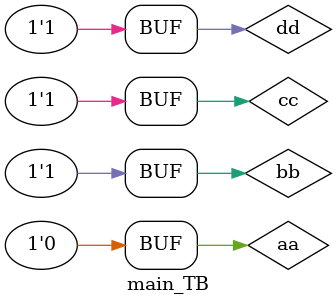
<source format=sv>
`timescale 1ns/1ns
module main(input a, b, c, d, output w);
	wire i, j, k, l, m;
	nand #(14, 10) NA1(i, a, b);
	nand #(14, 10) NA2(j, d, i);
	nand #(14, 10) NA3(k, l, m);
	nand #(14, 10) NA4(w, j, k);
	not #(7, 9) NO1(l, c);
	not #(7, 9) NO2(m, d);
endmodule

module main_TB();
	reg aa = 0, bb = 1, cc = 0, dd = 1;
	wire w;
	main M1(aa, bb, cc, dd, w);
	initial begin
		#100 aa = 1;
		#100 cc = 1;
		#100 aa = 0;
	end
endmodule
</source>
